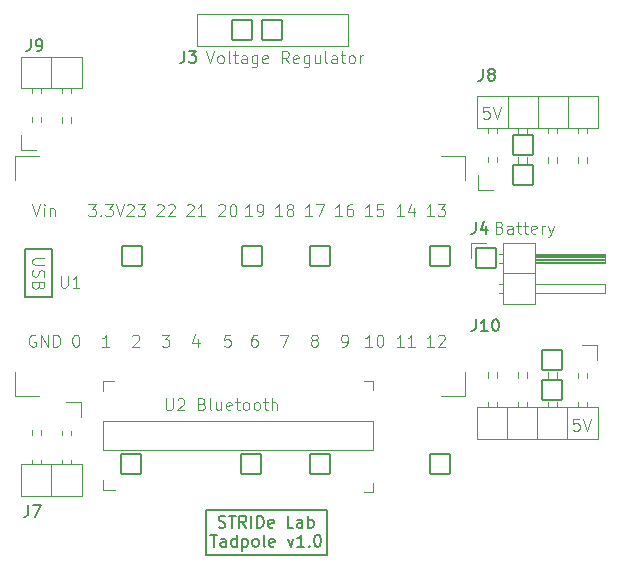
<source format=gto>
G04 #@! TF.GenerationSoftware,KiCad,Pcbnew,7.0.5*
G04 #@! TF.CreationDate,2023-07-14T01:04:21-04:00*
G04 #@! TF.ProjectId,Tadpole,54616470-6f6c-4652-9e6b-696361645f70,rev?*
G04 #@! TF.SameCoordinates,Original*
G04 #@! TF.FileFunction,Legend,Top*
G04 #@! TF.FilePolarity,Positive*
%FSLAX46Y46*%
G04 Gerber Fmt 4.6, Leading zero omitted, Abs format (unit mm)*
G04 Created by KiCad (PCBNEW 7.0.5) date 2023-07-14 01:04:21*
%MOMM*%
%LPD*%
G01*
G04 APERTURE LIST*
G04 Aperture macros list*
%AMRoundRect*
0 Rectangle with rounded corners*
0 $1 Rounding radius*
0 $2 $3 $4 $5 $6 $7 $8 $9 X,Y pos of 4 corners*
0 Add a 4 corners polygon primitive as box body*
4,1,4,$2,$3,$4,$5,$6,$7,$8,$9,$2,$3,0*
0 Add four circle primitives for the rounded corners*
1,1,$1+$1,$2,$3*
1,1,$1+$1,$4,$5*
1,1,$1+$1,$6,$7*
1,1,$1+$1,$8,$9*
0 Add four rect primitives between the rounded corners*
20,1,$1+$1,$2,$3,$4,$5,0*
20,1,$1+$1,$4,$5,$6,$7,0*
20,1,$1+$1,$6,$7,$8,$9,0*
20,1,$1+$1,$8,$9,$2,$3,0*%
G04 Aperture macros list end*
%ADD10C,0.125000*%
%ADD11C,0.150000*%
%ADD12C,0.200000*%
%ADD13C,0.100000*%
%ADD14C,0.120000*%
%ADD15C,1.800000*%
%ADD16O,1.800000X1.800000*%
%ADD17RoundRect,0.050000X0.850000X-0.850000X0.850000X0.850000X-0.850000X0.850000X-0.850000X-0.850000X0*%
%ADD18RoundRect,0.050000X-0.850000X0.850000X-0.850000X-0.850000X0.850000X-0.850000X0.850000X0.850000X0*%
%ADD19C,2.300000*%
%ADD20RoundRect,0.050000X-0.850000X-0.850000X0.850000X-0.850000X0.850000X0.850000X-0.850000X0.850000X0*%
G04 APERTURE END LIST*
D10*
X117808381Y-101868119D02*
X117903619Y-101868119D01*
X117903619Y-101868119D02*
X117998857Y-101915738D01*
X117998857Y-101915738D02*
X118046476Y-101963357D01*
X118046476Y-101963357D02*
X118094095Y-102058595D01*
X118094095Y-102058595D02*
X118141714Y-102249071D01*
X118141714Y-102249071D02*
X118141714Y-102487166D01*
X118141714Y-102487166D02*
X118094095Y-102677642D01*
X118094095Y-102677642D02*
X118046476Y-102772880D01*
X118046476Y-102772880D02*
X117998857Y-102820500D01*
X117998857Y-102820500D02*
X117903619Y-102868119D01*
X117903619Y-102868119D02*
X117808381Y-102868119D01*
X117808381Y-102868119D02*
X117713143Y-102820500D01*
X117713143Y-102820500D02*
X117665524Y-102772880D01*
X117665524Y-102772880D02*
X117617905Y-102677642D01*
X117617905Y-102677642D02*
X117570286Y-102487166D01*
X117570286Y-102487166D02*
X117570286Y-102249071D01*
X117570286Y-102249071D02*
X117617905Y-102058595D01*
X117617905Y-102058595D02*
X117665524Y-101963357D01*
X117665524Y-101963357D02*
X117713143Y-101915738D01*
X117713143Y-101915738D02*
X117808381Y-101868119D01*
X137953762Y-102296690D02*
X137858524Y-102249071D01*
X137858524Y-102249071D02*
X137810905Y-102201452D01*
X137810905Y-102201452D02*
X137763286Y-102106214D01*
X137763286Y-102106214D02*
X137763286Y-102058595D01*
X137763286Y-102058595D02*
X137810905Y-101963357D01*
X137810905Y-101963357D02*
X137858524Y-101915738D01*
X137858524Y-101915738D02*
X137953762Y-101868119D01*
X137953762Y-101868119D02*
X138144238Y-101868119D01*
X138144238Y-101868119D02*
X138239476Y-101915738D01*
X138239476Y-101915738D02*
X138287095Y-101963357D01*
X138287095Y-101963357D02*
X138334714Y-102058595D01*
X138334714Y-102058595D02*
X138334714Y-102106214D01*
X138334714Y-102106214D02*
X138287095Y-102201452D01*
X138287095Y-102201452D02*
X138239476Y-102249071D01*
X138239476Y-102249071D02*
X138144238Y-102296690D01*
X138144238Y-102296690D02*
X137953762Y-102296690D01*
X137953762Y-102296690D02*
X137858524Y-102344309D01*
X137858524Y-102344309D02*
X137810905Y-102391928D01*
X137810905Y-102391928D02*
X137763286Y-102487166D01*
X137763286Y-102487166D02*
X137763286Y-102677642D01*
X137763286Y-102677642D02*
X137810905Y-102772880D01*
X137810905Y-102772880D02*
X137858524Y-102820500D01*
X137858524Y-102820500D02*
X137953762Y-102868119D01*
X137953762Y-102868119D02*
X138144238Y-102868119D01*
X138144238Y-102868119D02*
X138239476Y-102820500D01*
X138239476Y-102820500D02*
X138287095Y-102772880D01*
X138287095Y-102772880D02*
X138334714Y-102677642D01*
X138334714Y-102677642D02*
X138334714Y-102487166D01*
X138334714Y-102487166D02*
X138287095Y-102391928D01*
X138287095Y-102391928D02*
X138239476Y-102344309D01*
X138239476Y-102344309D02*
X138144238Y-102296690D01*
X148145523Y-102868119D02*
X147574095Y-102868119D01*
X147859809Y-102868119D02*
X147859809Y-101868119D01*
X147859809Y-101868119D02*
X147764571Y-102010976D01*
X147764571Y-102010976D02*
X147669333Y-102106214D01*
X147669333Y-102106214D02*
X147574095Y-102153833D01*
X148526476Y-101963357D02*
X148574095Y-101915738D01*
X148574095Y-101915738D02*
X148669333Y-101868119D01*
X148669333Y-101868119D02*
X148907428Y-101868119D01*
X148907428Y-101868119D02*
X149002666Y-101915738D01*
X149002666Y-101915738D02*
X149050285Y-101963357D01*
X149050285Y-101963357D02*
X149097904Y-102058595D01*
X149097904Y-102058595D02*
X149097904Y-102153833D01*
X149097904Y-102153833D02*
X149050285Y-102296690D01*
X149050285Y-102296690D02*
X148478857Y-102868119D01*
X148478857Y-102868119D02*
X149097904Y-102868119D01*
X145605523Y-102868119D02*
X145034095Y-102868119D01*
X145319809Y-102868119D02*
X145319809Y-101868119D01*
X145319809Y-101868119D02*
X145224571Y-102010976D01*
X145224571Y-102010976D02*
X145129333Y-102106214D01*
X145129333Y-102106214D02*
X145034095Y-102153833D01*
X146557904Y-102868119D02*
X145986476Y-102868119D01*
X146272190Y-102868119D02*
X146272190Y-101868119D01*
X146272190Y-101868119D02*
X146176952Y-102010976D01*
X146176952Y-102010976D02*
X146081714Y-102106214D01*
X146081714Y-102106214D02*
X145986476Y-102153833D01*
X114427095Y-101915738D02*
X114331857Y-101868119D01*
X114331857Y-101868119D02*
X114189000Y-101868119D01*
X114189000Y-101868119D02*
X114046143Y-101915738D01*
X114046143Y-101915738D02*
X113950905Y-102010976D01*
X113950905Y-102010976D02*
X113903286Y-102106214D01*
X113903286Y-102106214D02*
X113855667Y-102296690D01*
X113855667Y-102296690D02*
X113855667Y-102439547D01*
X113855667Y-102439547D02*
X113903286Y-102630023D01*
X113903286Y-102630023D02*
X113950905Y-102725261D01*
X113950905Y-102725261D02*
X114046143Y-102820500D01*
X114046143Y-102820500D02*
X114189000Y-102868119D01*
X114189000Y-102868119D02*
X114284238Y-102868119D01*
X114284238Y-102868119D02*
X114427095Y-102820500D01*
X114427095Y-102820500D02*
X114474714Y-102772880D01*
X114474714Y-102772880D02*
X114474714Y-102439547D01*
X114474714Y-102439547D02*
X114284238Y-102439547D01*
X114903286Y-102868119D02*
X114903286Y-101868119D01*
X114903286Y-101868119D02*
X115474714Y-102868119D01*
X115474714Y-102868119D02*
X115474714Y-101868119D01*
X115950905Y-102868119D02*
X115950905Y-101868119D01*
X115950905Y-101868119D02*
X116189000Y-101868119D01*
X116189000Y-101868119D02*
X116331857Y-101915738D01*
X116331857Y-101915738D02*
X116427095Y-102010976D01*
X116427095Y-102010976D02*
X116474714Y-102106214D01*
X116474714Y-102106214D02*
X116522333Y-102296690D01*
X116522333Y-102296690D02*
X116522333Y-102439547D01*
X116522333Y-102439547D02*
X116474714Y-102630023D01*
X116474714Y-102630023D02*
X116427095Y-102725261D01*
X116427095Y-102725261D02*
X116331857Y-102820500D01*
X116331857Y-102820500D02*
X116189000Y-102868119D01*
X116189000Y-102868119D02*
X115950905Y-102868119D01*
X133159476Y-101868119D02*
X132969000Y-101868119D01*
X132969000Y-101868119D02*
X132873762Y-101915738D01*
X132873762Y-101915738D02*
X132826143Y-101963357D01*
X132826143Y-101963357D02*
X132730905Y-102106214D01*
X132730905Y-102106214D02*
X132683286Y-102296690D01*
X132683286Y-102296690D02*
X132683286Y-102677642D01*
X132683286Y-102677642D02*
X132730905Y-102772880D01*
X132730905Y-102772880D02*
X132778524Y-102820500D01*
X132778524Y-102820500D02*
X132873762Y-102868119D01*
X132873762Y-102868119D02*
X133064238Y-102868119D01*
X133064238Y-102868119D02*
X133159476Y-102820500D01*
X133159476Y-102820500D02*
X133207095Y-102772880D01*
X133207095Y-102772880D02*
X133254714Y-102677642D01*
X133254714Y-102677642D02*
X133254714Y-102439547D01*
X133254714Y-102439547D02*
X133207095Y-102344309D01*
X133207095Y-102344309D02*
X133159476Y-102296690D01*
X133159476Y-102296690D02*
X133064238Y-102249071D01*
X133064238Y-102249071D02*
X132873762Y-102249071D01*
X132873762Y-102249071D02*
X132778524Y-102296690D01*
X132778524Y-102296690D02*
X132730905Y-102344309D01*
X132730905Y-102344309D02*
X132683286Y-102439547D01*
X120681714Y-102868119D02*
X120110286Y-102868119D01*
X120396000Y-102868119D02*
X120396000Y-101868119D01*
X120396000Y-101868119D02*
X120300762Y-102010976D01*
X120300762Y-102010976D02*
X120205524Y-102106214D01*
X120205524Y-102106214D02*
X120110286Y-102153833D01*
X135175667Y-101868119D02*
X135842333Y-101868119D01*
X135842333Y-101868119D02*
X135413762Y-102868119D01*
X125142667Y-101868119D02*
X125761714Y-101868119D01*
X125761714Y-101868119D02*
X125428381Y-102249071D01*
X125428381Y-102249071D02*
X125571238Y-102249071D01*
X125571238Y-102249071D02*
X125666476Y-102296690D01*
X125666476Y-102296690D02*
X125714095Y-102344309D01*
X125714095Y-102344309D02*
X125761714Y-102439547D01*
X125761714Y-102439547D02*
X125761714Y-102677642D01*
X125761714Y-102677642D02*
X125714095Y-102772880D01*
X125714095Y-102772880D02*
X125666476Y-102820500D01*
X125666476Y-102820500D02*
X125571238Y-102868119D01*
X125571238Y-102868119D02*
X125285524Y-102868119D01*
X125285524Y-102868119D02*
X125190286Y-102820500D01*
X125190286Y-102820500D02*
X125142667Y-102772880D01*
X130921095Y-101868119D02*
X130444905Y-101868119D01*
X130444905Y-101868119D02*
X130397286Y-102344309D01*
X130397286Y-102344309D02*
X130444905Y-102296690D01*
X130444905Y-102296690D02*
X130540143Y-102249071D01*
X130540143Y-102249071D02*
X130778238Y-102249071D01*
X130778238Y-102249071D02*
X130873476Y-102296690D01*
X130873476Y-102296690D02*
X130921095Y-102344309D01*
X130921095Y-102344309D02*
X130968714Y-102439547D01*
X130968714Y-102439547D02*
X130968714Y-102677642D01*
X130968714Y-102677642D02*
X130921095Y-102772880D01*
X130921095Y-102772880D02*
X130873476Y-102820500D01*
X130873476Y-102820500D02*
X130778238Y-102868119D01*
X130778238Y-102868119D02*
X130540143Y-102868119D01*
X130540143Y-102868119D02*
X130444905Y-102820500D01*
X130444905Y-102820500D02*
X130397286Y-102772880D01*
X128206476Y-102201452D02*
X128206476Y-102868119D01*
X127968381Y-101820500D02*
X127730286Y-102534785D01*
X127730286Y-102534785D02*
X128349333Y-102534785D01*
X142938523Y-102868119D02*
X142367095Y-102868119D01*
X142652809Y-102868119D02*
X142652809Y-101868119D01*
X142652809Y-101868119D02*
X142557571Y-102010976D01*
X142557571Y-102010976D02*
X142462333Y-102106214D01*
X142462333Y-102106214D02*
X142367095Y-102153833D01*
X143557571Y-101868119D02*
X143652809Y-101868119D01*
X143652809Y-101868119D02*
X143748047Y-101915738D01*
X143748047Y-101915738D02*
X143795666Y-101963357D01*
X143795666Y-101963357D02*
X143843285Y-102058595D01*
X143843285Y-102058595D02*
X143890904Y-102249071D01*
X143890904Y-102249071D02*
X143890904Y-102487166D01*
X143890904Y-102487166D02*
X143843285Y-102677642D01*
X143843285Y-102677642D02*
X143795666Y-102772880D01*
X143795666Y-102772880D02*
X143748047Y-102820500D01*
X143748047Y-102820500D02*
X143652809Y-102868119D01*
X143652809Y-102868119D02*
X143557571Y-102868119D01*
X143557571Y-102868119D02*
X143462333Y-102820500D01*
X143462333Y-102820500D02*
X143414714Y-102772880D01*
X143414714Y-102772880D02*
X143367095Y-102677642D01*
X143367095Y-102677642D02*
X143319476Y-102487166D01*
X143319476Y-102487166D02*
X143319476Y-102249071D01*
X143319476Y-102249071D02*
X143367095Y-102058595D01*
X143367095Y-102058595D02*
X143414714Y-101963357D01*
X143414714Y-101963357D02*
X143462333Y-101915738D01*
X143462333Y-101915738D02*
X143557571Y-101868119D01*
X140398524Y-102868119D02*
X140589000Y-102868119D01*
X140589000Y-102868119D02*
X140684238Y-102820500D01*
X140684238Y-102820500D02*
X140731857Y-102772880D01*
X140731857Y-102772880D02*
X140827095Y-102630023D01*
X140827095Y-102630023D02*
X140874714Y-102439547D01*
X140874714Y-102439547D02*
X140874714Y-102058595D01*
X140874714Y-102058595D02*
X140827095Y-101963357D01*
X140827095Y-101963357D02*
X140779476Y-101915738D01*
X140779476Y-101915738D02*
X140684238Y-101868119D01*
X140684238Y-101868119D02*
X140493762Y-101868119D01*
X140493762Y-101868119D02*
X140398524Y-101915738D01*
X140398524Y-101915738D02*
X140350905Y-101963357D01*
X140350905Y-101963357D02*
X140303286Y-102058595D01*
X140303286Y-102058595D02*
X140303286Y-102296690D01*
X140303286Y-102296690D02*
X140350905Y-102391928D01*
X140350905Y-102391928D02*
X140398524Y-102439547D01*
X140398524Y-102439547D02*
X140493762Y-102487166D01*
X140493762Y-102487166D02*
X140684238Y-102487166D01*
X140684238Y-102487166D02*
X140779476Y-102439547D01*
X140779476Y-102439547D02*
X140827095Y-102391928D01*
X140827095Y-102391928D02*
X140874714Y-102296690D01*
X122650286Y-101963357D02*
X122697905Y-101915738D01*
X122697905Y-101915738D02*
X122793143Y-101868119D01*
X122793143Y-101868119D02*
X123031238Y-101868119D01*
X123031238Y-101868119D02*
X123126476Y-101915738D01*
X123126476Y-101915738D02*
X123174095Y-101963357D01*
X123174095Y-101963357D02*
X123221714Y-102058595D01*
X123221714Y-102058595D02*
X123221714Y-102153833D01*
X123221714Y-102153833D02*
X123174095Y-102296690D01*
X123174095Y-102296690D02*
X122602667Y-102868119D01*
X122602667Y-102868119D02*
X123221714Y-102868119D01*
X114165191Y-90819119D02*
X114498524Y-91819119D01*
X114498524Y-91819119D02*
X114831857Y-90819119D01*
X115165191Y-91819119D02*
X115165191Y-91152452D01*
X115165191Y-90819119D02*
X115117572Y-90866738D01*
X115117572Y-90866738D02*
X115165191Y-90914357D01*
X115165191Y-90914357D02*
X115212810Y-90866738D01*
X115212810Y-90866738D02*
X115165191Y-90819119D01*
X115165191Y-90819119D02*
X115165191Y-90914357D01*
X115641381Y-91152452D02*
X115641381Y-91819119D01*
X115641381Y-91247690D02*
X115689000Y-91200071D01*
X115689000Y-91200071D02*
X115784238Y-91152452D01*
X115784238Y-91152452D02*
X115927095Y-91152452D01*
X115927095Y-91152452D02*
X116022333Y-91200071D01*
X116022333Y-91200071D02*
X116069952Y-91295309D01*
X116069952Y-91295309D02*
X116069952Y-91819119D01*
X118919810Y-90819119D02*
X119538857Y-90819119D01*
X119538857Y-90819119D02*
X119205524Y-91200071D01*
X119205524Y-91200071D02*
X119348381Y-91200071D01*
X119348381Y-91200071D02*
X119443619Y-91247690D01*
X119443619Y-91247690D02*
X119491238Y-91295309D01*
X119491238Y-91295309D02*
X119538857Y-91390547D01*
X119538857Y-91390547D02*
X119538857Y-91628642D01*
X119538857Y-91628642D02*
X119491238Y-91723880D01*
X119491238Y-91723880D02*
X119443619Y-91771500D01*
X119443619Y-91771500D02*
X119348381Y-91819119D01*
X119348381Y-91819119D02*
X119062667Y-91819119D01*
X119062667Y-91819119D02*
X118967429Y-91771500D01*
X118967429Y-91771500D02*
X118919810Y-91723880D01*
X119967429Y-91723880D02*
X120015048Y-91771500D01*
X120015048Y-91771500D02*
X119967429Y-91819119D01*
X119967429Y-91819119D02*
X119919810Y-91771500D01*
X119919810Y-91771500D02*
X119967429Y-91723880D01*
X119967429Y-91723880D02*
X119967429Y-91819119D01*
X120348381Y-90819119D02*
X120967428Y-90819119D01*
X120967428Y-90819119D02*
X120634095Y-91200071D01*
X120634095Y-91200071D02*
X120776952Y-91200071D01*
X120776952Y-91200071D02*
X120872190Y-91247690D01*
X120872190Y-91247690D02*
X120919809Y-91295309D01*
X120919809Y-91295309D02*
X120967428Y-91390547D01*
X120967428Y-91390547D02*
X120967428Y-91628642D01*
X120967428Y-91628642D02*
X120919809Y-91723880D01*
X120919809Y-91723880D02*
X120872190Y-91771500D01*
X120872190Y-91771500D02*
X120776952Y-91819119D01*
X120776952Y-91819119D02*
X120491238Y-91819119D01*
X120491238Y-91819119D02*
X120396000Y-91771500D01*
X120396000Y-91771500D02*
X120348381Y-91723880D01*
X121253143Y-90819119D02*
X121586476Y-91819119D01*
X121586476Y-91819119D02*
X121919809Y-90819119D01*
X122174095Y-90914357D02*
X122221714Y-90866738D01*
X122221714Y-90866738D02*
X122316952Y-90819119D01*
X122316952Y-90819119D02*
X122555047Y-90819119D01*
X122555047Y-90819119D02*
X122650285Y-90866738D01*
X122650285Y-90866738D02*
X122697904Y-90914357D01*
X122697904Y-90914357D02*
X122745523Y-91009595D01*
X122745523Y-91009595D02*
X122745523Y-91104833D01*
X122745523Y-91104833D02*
X122697904Y-91247690D01*
X122697904Y-91247690D02*
X122126476Y-91819119D01*
X122126476Y-91819119D02*
X122745523Y-91819119D01*
X123078857Y-90819119D02*
X123697904Y-90819119D01*
X123697904Y-90819119D02*
X123364571Y-91200071D01*
X123364571Y-91200071D02*
X123507428Y-91200071D01*
X123507428Y-91200071D02*
X123602666Y-91247690D01*
X123602666Y-91247690D02*
X123650285Y-91295309D01*
X123650285Y-91295309D02*
X123697904Y-91390547D01*
X123697904Y-91390547D02*
X123697904Y-91628642D01*
X123697904Y-91628642D02*
X123650285Y-91723880D01*
X123650285Y-91723880D02*
X123602666Y-91771500D01*
X123602666Y-91771500D02*
X123507428Y-91819119D01*
X123507428Y-91819119D02*
X123221714Y-91819119D01*
X123221714Y-91819119D02*
X123126476Y-91771500D01*
X123126476Y-91771500D02*
X123078857Y-91723880D01*
X124714095Y-90914357D02*
X124761714Y-90866738D01*
X124761714Y-90866738D02*
X124856952Y-90819119D01*
X124856952Y-90819119D02*
X125095047Y-90819119D01*
X125095047Y-90819119D02*
X125190285Y-90866738D01*
X125190285Y-90866738D02*
X125237904Y-90914357D01*
X125237904Y-90914357D02*
X125285523Y-91009595D01*
X125285523Y-91009595D02*
X125285523Y-91104833D01*
X125285523Y-91104833D02*
X125237904Y-91247690D01*
X125237904Y-91247690D02*
X124666476Y-91819119D01*
X124666476Y-91819119D02*
X125285523Y-91819119D01*
X125666476Y-90914357D02*
X125714095Y-90866738D01*
X125714095Y-90866738D02*
X125809333Y-90819119D01*
X125809333Y-90819119D02*
X126047428Y-90819119D01*
X126047428Y-90819119D02*
X126142666Y-90866738D01*
X126142666Y-90866738D02*
X126190285Y-90914357D01*
X126190285Y-90914357D02*
X126237904Y-91009595D01*
X126237904Y-91009595D02*
X126237904Y-91104833D01*
X126237904Y-91104833D02*
X126190285Y-91247690D01*
X126190285Y-91247690D02*
X125618857Y-91819119D01*
X125618857Y-91819119D02*
X126237904Y-91819119D01*
X127254095Y-90914357D02*
X127301714Y-90866738D01*
X127301714Y-90866738D02*
X127396952Y-90819119D01*
X127396952Y-90819119D02*
X127635047Y-90819119D01*
X127635047Y-90819119D02*
X127730285Y-90866738D01*
X127730285Y-90866738D02*
X127777904Y-90914357D01*
X127777904Y-90914357D02*
X127825523Y-91009595D01*
X127825523Y-91009595D02*
X127825523Y-91104833D01*
X127825523Y-91104833D02*
X127777904Y-91247690D01*
X127777904Y-91247690D02*
X127206476Y-91819119D01*
X127206476Y-91819119D02*
X127825523Y-91819119D01*
X128777904Y-91819119D02*
X128206476Y-91819119D01*
X128492190Y-91819119D02*
X128492190Y-90819119D01*
X128492190Y-90819119D02*
X128396952Y-90961976D01*
X128396952Y-90961976D02*
X128301714Y-91057214D01*
X128301714Y-91057214D02*
X128206476Y-91104833D01*
X129921095Y-90914357D02*
X129968714Y-90866738D01*
X129968714Y-90866738D02*
X130063952Y-90819119D01*
X130063952Y-90819119D02*
X130302047Y-90819119D01*
X130302047Y-90819119D02*
X130397285Y-90866738D01*
X130397285Y-90866738D02*
X130444904Y-90914357D01*
X130444904Y-90914357D02*
X130492523Y-91009595D01*
X130492523Y-91009595D02*
X130492523Y-91104833D01*
X130492523Y-91104833D02*
X130444904Y-91247690D01*
X130444904Y-91247690D02*
X129873476Y-91819119D01*
X129873476Y-91819119D02*
X130492523Y-91819119D01*
X131111571Y-90819119D02*
X131206809Y-90819119D01*
X131206809Y-90819119D02*
X131302047Y-90866738D01*
X131302047Y-90866738D02*
X131349666Y-90914357D01*
X131349666Y-90914357D02*
X131397285Y-91009595D01*
X131397285Y-91009595D02*
X131444904Y-91200071D01*
X131444904Y-91200071D02*
X131444904Y-91438166D01*
X131444904Y-91438166D02*
X131397285Y-91628642D01*
X131397285Y-91628642D02*
X131349666Y-91723880D01*
X131349666Y-91723880D02*
X131302047Y-91771500D01*
X131302047Y-91771500D02*
X131206809Y-91819119D01*
X131206809Y-91819119D02*
X131111571Y-91819119D01*
X131111571Y-91819119D02*
X131016333Y-91771500D01*
X131016333Y-91771500D02*
X130968714Y-91723880D01*
X130968714Y-91723880D02*
X130921095Y-91628642D01*
X130921095Y-91628642D02*
X130873476Y-91438166D01*
X130873476Y-91438166D02*
X130873476Y-91200071D01*
X130873476Y-91200071D02*
X130921095Y-91009595D01*
X130921095Y-91009595D02*
X130968714Y-90914357D01*
X130968714Y-90914357D02*
X131016333Y-90866738D01*
X131016333Y-90866738D02*
X131111571Y-90819119D01*
X132778523Y-91819119D02*
X132207095Y-91819119D01*
X132492809Y-91819119D02*
X132492809Y-90819119D01*
X132492809Y-90819119D02*
X132397571Y-90961976D01*
X132397571Y-90961976D02*
X132302333Y-91057214D01*
X132302333Y-91057214D02*
X132207095Y-91104833D01*
X133254714Y-91819119D02*
X133445190Y-91819119D01*
X133445190Y-91819119D02*
X133540428Y-91771500D01*
X133540428Y-91771500D02*
X133588047Y-91723880D01*
X133588047Y-91723880D02*
X133683285Y-91581023D01*
X133683285Y-91581023D02*
X133730904Y-91390547D01*
X133730904Y-91390547D02*
X133730904Y-91009595D01*
X133730904Y-91009595D02*
X133683285Y-90914357D01*
X133683285Y-90914357D02*
X133635666Y-90866738D01*
X133635666Y-90866738D02*
X133540428Y-90819119D01*
X133540428Y-90819119D02*
X133349952Y-90819119D01*
X133349952Y-90819119D02*
X133254714Y-90866738D01*
X133254714Y-90866738D02*
X133207095Y-90914357D01*
X133207095Y-90914357D02*
X133159476Y-91009595D01*
X133159476Y-91009595D02*
X133159476Y-91247690D01*
X133159476Y-91247690D02*
X133207095Y-91342928D01*
X133207095Y-91342928D02*
X133254714Y-91390547D01*
X133254714Y-91390547D02*
X133349952Y-91438166D01*
X133349952Y-91438166D02*
X133540428Y-91438166D01*
X133540428Y-91438166D02*
X133635666Y-91390547D01*
X133635666Y-91390547D02*
X133683285Y-91342928D01*
X133683285Y-91342928D02*
X133730904Y-91247690D01*
X135318523Y-91819119D02*
X134747095Y-91819119D01*
X135032809Y-91819119D02*
X135032809Y-90819119D01*
X135032809Y-90819119D02*
X134937571Y-90961976D01*
X134937571Y-90961976D02*
X134842333Y-91057214D01*
X134842333Y-91057214D02*
X134747095Y-91104833D01*
X135889952Y-91247690D02*
X135794714Y-91200071D01*
X135794714Y-91200071D02*
X135747095Y-91152452D01*
X135747095Y-91152452D02*
X135699476Y-91057214D01*
X135699476Y-91057214D02*
X135699476Y-91009595D01*
X135699476Y-91009595D02*
X135747095Y-90914357D01*
X135747095Y-90914357D02*
X135794714Y-90866738D01*
X135794714Y-90866738D02*
X135889952Y-90819119D01*
X135889952Y-90819119D02*
X136080428Y-90819119D01*
X136080428Y-90819119D02*
X136175666Y-90866738D01*
X136175666Y-90866738D02*
X136223285Y-90914357D01*
X136223285Y-90914357D02*
X136270904Y-91009595D01*
X136270904Y-91009595D02*
X136270904Y-91057214D01*
X136270904Y-91057214D02*
X136223285Y-91152452D01*
X136223285Y-91152452D02*
X136175666Y-91200071D01*
X136175666Y-91200071D02*
X136080428Y-91247690D01*
X136080428Y-91247690D02*
X135889952Y-91247690D01*
X135889952Y-91247690D02*
X135794714Y-91295309D01*
X135794714Y-91295309D02*
X135747095Y-91342928D01*
X135747095Y-91342928D02*
X135699476Y-91438166D01*
X135699476Y-91438166D02*
X135699476Y-91628642D01*
X135699476Y-91628642D02*
X135747095Y-91723880D01*
X135747095Y-91723880D02*
X135794714Y-91771500D01*
X135794714Y-91771500D02*
X135889952Y-91819119D01*
X135889952Y-91819119D02*
X136080428Y-91819119D01*
X136080428Y-91819119D02*
X136175666Y-91771500D01*
X136175666Y-91771500D02*
X136223285Y-91723880D01*
X136223285Y-91723880D02*
X136270904Y-91628642D01*
X136270904Y-91628642D02*
X136270904Y-91438166D01*
X136270904Y-91438166D02*
X136223285Y-91342928D01*
X136223285Y-91342928D02*
X136175666Y-91295309D01*
X136175666Y-91295309D02*
X136080428Y-91247690D01*
X137858523Y-91819119D02*
X137287095Y-91819119D01*
X137572809Y-91819119D02*
X137572809Y-90819119D01*
X137572809Y-90819119D02*
X137477571Y-90961976D01*
X137477571Y-90961976D02*
X137382333Y-91057214D01*
X137382333Y-91057214D02*
X137287095Y-91104833D01*
X138191857Y-90819119D02*
X138858523Y-90819119D01*
X138858523Y-90819119D02*
X138429952Y-91819119D01*
X140398523Y-91819119D02*
X139827095Y-91819119D01*
X140112809Y-91819119D02*
X140112809Y-90819119D01*
X140112809Y-90819119D02*
X140017571Y-90961976D01*
X140017571Y-90961976D02*
X139922333Y-91057214D01*
X139922333Y-91057214D02*
X139827095Y-91104833D01*
X141255666Y-90819119D02*
X141065190Y-90819119D01*
X141065190Y-90819119D02*
X140969952Y-90866738D01*
X140969952Y-90866738D02*
X140922333Y-90914357D01*
X140922333Y-90914357D02*
X140827095Y-91057214D01*
X140827095Y-91057214D02*
X140779476Y-91247690D01*
X140779476Y-91247690D02*
X140779476Y-91628642D01*
X140779476Y-91628642D02*
X140827095Y-91723880D01*
X140827095Y-91723880D02*
X140874714Y-91771500D01*
X140874714Y-91771500D02*
X140969952Y-91819119D01*
X140969952Y-91819119D02*
X141160428Y-91819119D01*
X141160428Y-91819119D02*
X141255666Y-91771500D01*
X141255666Y-91771500D02*
X141303285Y-91723880D01*
X141303285Y-91723880D02*
X141350904Y-91628642D01*
X141350904Y-91628642D02*
X141350904Y-91390547D01*
X141350904Y-91390547D02*
X141303285Y-91295309D01*
X141303285Y-91295309D02*
X141255666Y-91247690D01*
X141255666Y-91247690D02*
X141160428Y-91200071D01*
X141160428Y-91200071D02*
X140969952Y-91200071D01*
X140969952Y-91200071D02*
X140874714Y-91247690D01*
X140874714Y-91247690D02*
X140827095Y-91295309D01*
X140827095Y-91295309D02*
X140779476Y-91390547D01*
X142938523Y-91819119D02*
X142367095Y-91819119D01*
X142652809Y-91819119D02*
X142652809Y-90819119D01*
X142652809Y-90819119D02*
X142557571Y-90961976D01*
X142557571Y-90961976D02*
X142462333Y-91057214D01*
X142462333Y-91057214D02*
X142367095Y-91104833D01*
X143843285Y-90819119D02*
X143367095Y-90819119D01*
X143367095Y-90819119D02*
X143319476Y-91295309D01*
X143319476Y-91295309D02*
X143367095Y-91247690D01*
X143367095Y-91247690D02*
X143462333Y-91200071D01*
X143462333Y-91200071D02*
X143700428Y-91200071D01*
X143700428Y-91200071D02*
X143795666Y-91247690D01*
X143795666Y-91247690D02*
X143843285Y-91295309D01*
X143843285Y-91295309D02*
X143890904Y-91390547D01*
X143890904Y-91390547D02*
X143890904Y-91628642D01*
X143890904Y-91628642D02*
X143843285Y-91723880D01*
X143843285Y-91723880D02*
X143795666Y-91771500D01*
X143795666Y-91771500D02*
X143700428Y-91819119D01*
X143700428Y-91819119D02*
X143462333Y-91819119D01*
X143462333Y-91819119D02*
X143367095Y-91771500D01*
X143367095Y-91771500D02*
X143319476Y-91723880D01*
X145605523Y-91819119D02*
X145034095Y-91819119D01*
X145319809Y-91819119D02*
X145319809Y-90819119D01*
X145319809Y-90819119D02*
X145224571Y-90961976D01*
X145224571Y-90961976D02*
X145129333Y-91057214D01*
X145129333Y-91057214D02*
X145034095Y-91104833D01*
X146462666Y-91152452D02*
X146462666Y-91819119D01*
X146224571Y-90771500D02*
X145986476Y-91485785D01*
X145986476Y-91485785D02*
X146605523Y-91485785D01*
X148145523Y-91819119D02*
X147574095Y-91819119D01*
X147859809Y-91819119D02*
X147859809Y-90819119D01*
X147859809Y-90819119D02*
X147764571Y-90961976D01*
X147764571Y-90961976D02*
X147669333Y-91057214D01*
X147669333Y-91057214D02*
X147574095Y-91104833D01*
X148478857Y-90819119D02*
X149097904Y-90819119D01*
X149097904Y-90819119D02*
X148764571Y-91200071D01*
X148764571Y-91200071D02*
X148907428Y-91200071D01*
X148907428Y-91200071D02*
X149002666Y-91247690D01*
X149002666Y-91247690D02*
X149050285Y-91295309D01*
X149050285Y-91295309D02*
X149097904Y-91390547D01*
X149097904Y-91390547D02*
X149097904Y-91628642D01*
X149097904Y-91628642D02*
X149050285Y-91723880D01*
X149050285Y-91723880D02*
X149002666Y-91771500D01*
X149002666Y-91771500D02*
X148907428Y-91819119D01*
X148907428Y-91819119D02*
X148621714Y-91819119D01*
X148621714Y-91819119D02*
X148526476Y-91771500D01*
X148526476Y-91771500D02*
X148478857Y-91723880D01*
X160464523Y-108980119D02*
X159988333Y-108980119D01*
X159988333Y-108980119D02*
X159940714Y-109456309D01*
X159940714Y-109456309D02*
X159988333Y-109408690D01*
X159988333Y-109408690D02*
X160083571Y-109361071D01*
X160083571Y-109361071D02*
X160321666Y-109361071D01*
X160321666Y-109361071D02*
X160416904Y-109408690D01*
X160416904Y-109408690D02*
X160464523Y-109456309D01*
X160464523Y-109456309D02*
X160512142Y-109551547D01*
X160512142Y-109551547D02*
X160512142Y-109789642D01*
X160512142Y-109789642D02*
X160464523Y-109884880D01*
X160464523Y-109884880D02*
X160416904Y-109932500D01*
X160416904Y-109932500D02*
X160321666Y-109980119D01*
X160321666Y-109980119D02*
X160083571Y-109980119D01*
X160083571Y-109980119D02*
X159988333Y-109932500D01*
X159988333Y-109932500D02*
X159940714Y-109884880D01*
X160797857Y-108980119D02*
X161131190Y-109980119D01*
X161131190Y-109980119D02*
X161464523Y-108980119D01*
X152844523Y-82564119D02*
X152368333Y-82564119D01*
X152368333Y-82564119D02*
X152320714Y-83040309D01*
X152320714Y-83040309D02*
X152368333Y-82992690D01*
X152368333Y-82992690D02*
X152463571Y-82945071D01*
X152463571Y-82945071D02*
X152701666Y-82945071D01*
X152701666Y-82945071D02*
X152796904Y-82992690D01*
X152796904Y-82992690D02*
X152844523Y-83040309D01*
X152844523Y-83040309D02*
X152892142Y-83135547D01*
X152892142Y-83135547D02*
X152892142Y-83373642D01*
X152892142Y-83373642D02*
X152844523Y-83468880D01*
X152844523Y-83468880D02*
X152796904Y-83516500D01*
X152796904Y-83516500D02*
X152701666Y-83564119D01*
X152701666Y-83564119D02*
X152463571Y-83564119D01*
X152463571Y-83564119D02*
X152368333Y-83516500D01*
X152368333Y-83516500D02*
X152320714Y-83468880D01*
X153177857Y-82564119D02*
X153511190Y-83564119D01*
X153511190Y-83564119D02*
X153844523Y-82564119D01*
X115174880Y-95385095D02*
X114365357Y-95385095D01*
X114365357Y-95385095D02*
X114270119Y-95432714D01*
X114270119Y-95432714D02*
X114222500Y-95480333D01*
X114222500Y-95480333D02*
X114174880Y-95575571D01*
X114174880Y-95575571D02*
X114174880Y-95766047D01*
X114174880Y-95766047D02*
X114222500Y-95861285D01*
X114222500Y-95861285D02*
X114270119Y-95908904D01*
X114270119Y-95908904D02*
X114365357Y-95956523D01*
X114365357Y-95956523D02*
X115174880Y-95956523D01*
X114222500Y-96385095D02*
X114174880Y-96527952D01*
X114174880Y-96527952D02*
X114174880Y-96766047D01*
X114174880Y-96766047D02*
X114222500Y-96861285D01*
X114222500Y-96861285D02*
X114270119Y-96908904D01*
X114270119Y-96908904D02*
X114365357Y-96956523D01*
X114365357Y-96956523D02*
X114460595Y-96956523D01*
X114460595Y-96956523D02*
X114555833Y-96908904D01*
X114555833Y-96908904D02*
X114603452Y-96861285D01*
X114603452Y-96861285D02*
X114651071Y-96766047D01*
X114651071Y-96766047D02*
X114698690Y-96575571D01*
X114698690Y-96575571D02*
X114746309Y-96480333D01*
X114746309Y-96480333D02*
X114793928Y-96432714D01*
X114793928Y-96432714D02*
X114889166Y-96385095D01*
X114889166Y-96385095D02*
X114984404Y-96385095D01*
X114984404Y-96385095D02*
X115079642Y-96432714D01*
X115079642Y-96432714D02*
X115127261Y-96480333D01*
X115127261Y-96480333D02*
X115174880Y-96575571D01*
X115174880Y-96575571D02*
X115174880Y-96813666D01*
X115174880Y-96813666D02*
X115127261Y-96956523D01*
X114698690Y-97718428D02*
X114651071Y-97861285D01*
X114651071Y-97861285D02*
X114603452Y-97908904D01*
X114603452Y-97908904D02*
X114508214Y-97956523D01*
X114508214Y-97956523D02*
X114365357Y-97956523D01*
X114365357Y-97956523D02*
X114270119Y-97908904D01*
X114270119Y-97908904D02*
X114222500Y-97861285D01*
X114222500Y-97861285D02*
X114174880Y-97766047D01*
X114174880Y-97766047D02*
X114174880Y-97385095D01*
X114174880Y-97385095D02*
X115174880Y-97385095D01*
X115174880Y-97385095D02*
X115174880Y-97718428D01*
X115174880Y-97718428D02*
X115127261Y-97813666D01*
X115127261Y-97813666D02*
X115079642Y-97861285D01*
X115079642Y-97861285D02*
X114984404Y-97908904D01*
X114984404Y-97908904D02*
X114889166Y-97908904D01*
X114889166Y-97908904D02*
X114793928Y-97861285D01*
X114793928Y-97861285D02*
X114746309Y-97813666D01*
X114746309Y-97813666D02*
X114698690Y-97718428D01*
X114698690Y-97718428D02*
X114698690Y-97385095D01*
D11*
X113538000Y-94615000D02*
X115824000Y-94615000D01*
X115824000Y-98679000D01*
X113538000Y-98679000D01*
X113538000Y-94615000D01*
X128892300Y-116713000D02*
X139077700Y-116713000D01*
X139077700Y-120472200D01*
X128892300Y-120472200D01*
X128892300Y-116713000D01*
D10*
X128521199Y-107703709D02*
X128664056Y-107751328D01*
X128664056Y-107751328D02*
X128711675Y-107798947D01*
X128711675Y-107798947D02*
X128759294Y-107894185D01*
X128759294Y-107894185D02*
X128759294Y-108037042D01*
X128759294Y-108037042D02*
X128711675Y-108132280D01*
X128711675Y-108132280D02*
X128664056Y-108179900D01*
X128664056Y-108179900D02*
X128568818Y-108227519D01*
X128568818Y-108227519D02*
X128187866Y-108227519D01*
X128187866Y-108227519D02*
X128187866Y-107227519D01*
X128187866Y-107227519D02*
X128521199Y-107227519D01*
X128521199Y-107227519D02*
X128616437Y-107275138D01*
X128616437Y-107275138D02*
X128664056Y-107322757D01*
X128664056Y-107322757D02*
X128711675Y-107417995D01*
X128711675Y-107417995D02*
X128711675Y-107513233D01*
X128711675Y-107513233D02*
X128664056Y-107608471D01*
X128664056Y-107608471D02*
X128616437Y-107656090D01*
X128616437Y-107656090D02*
X128521199Y-107703709D01*
X128521199Y-107703709D02*
X128187866Y-107703709D01*
X129330723Y-108227519D02*
X129235485Y-108179900D01*
X129235485Y-108179900D02*
X129187866Y-108084661D01*
X129187866Y-108084661D02*
X129187866Y-107227519D01*
X130140247Y-107560852D02*
X130140247Y-108227519D01*
X129711676Y-107560852D02*
X129711676Y-108084661D01*
X129711676Y-108084661D02*
X129759295Y-108179900D01*
X129759295Y-108179900D02*
X129854533Y-108227519D01*
X129854533Y-108227519D02*
X129997390Y-108227519D01*
X129997390Y-108227519D02*
X130092628Y-108179900D01*
X130092628Y-108179900D02*
X130140247Y-108132280D01*
X130997390Y-108179900D02*
X130902152Y-108227519D01*
X130902152Y-108227519D02*
X130711676Y-108227519D01*
X130711676Y-108227519D02*
X130616438Y-108179900D01*
X130616438Y-108179900D02*
X130568819Y-108084661D01*
X130568819Y-108084661D02*
X130568819Y-107703709D01*
X130568819Y-107703709D02*
X130616438Y-107608471D01*
X130616438Y-107608471D02*
X130711676Y-107560852D01*
X130711676Y-107560852D02*
X130902152Y-107560852D01*
X130902152Y-107560852D02*
X130997390Y-107608471D01*
X130997390Y-107608471D02*
X131045009Y-107703709D01*
X131045009Y-107703709D02*
X131045009Y-107798947D01*
X131045009Y-107798947D02*
X130568819Y-107894185D01*
X131330724Y-107560852D02*
X131711676Y-107560852D01*
X131473581Y-107227519D02*
X131473581Y-108084661D01*
X131473581Y-108084661D02*
X131521200Y-108179900D01*
X131521200Y-108179900D02*
X131616438Y-108227519D01*
X131616438Y-108227519D02*
X131711676Y-108227519D01*
X132187867Y-108227519D02*
X132092629Y-108179900D01*
X132092629Y-108179900D02*
X132045010Y-108132280D01*
X132045010Y-108132280D02*
X131997391Y-108037042D01*
X131997391Y-108037042D02*
X131997391Y-107751328D01*
X131997391Y-107751328D02*
X132045010Y-107656090D01*
X132045010Y-107656090D02*
X132092629Y-107608471D01*
X132092629Y-107608471D02*
X132187867Y-107560852D01*
X132187867Y-107560852D02*
X132330724Y-107560852D01*
X132330724Y-107560852D02*
X132425962Y-107608471D01*
X132425962Y-107608471D02*
X132473581Y-107656090D01*
X132473581Y-107656090D02*
X132521200Y-107751328D01*
X132521200Y-107751328D02*
X132521200Y-108037042D01*
X132521200Y-108037042D02*
X132473581Y-108132280D01*
X132473581Y-108132280D02*
X132425962Y-108179900D01*
X132425962Y-108179900D02*
X132330724Y-108227519D01*
X132330724Y-108227519D02*
X132187867Y-108227519D01*
X133092629Y-108227519D02*
X132997391Y-108179900D01*
X132997391Y-108179900D02*
X132949772Y-108132280D01*
X132949772Y-108132280D02*
X132902153Y-108037042D01*
X132902153Y-108037042D02*
X132902153Y-107751328D01*
X132902153Y-107751328D02*
X132949772Y-107656090D01*
X132949772Y-107656090D02*
X132997391Y-107608471D01*
X132997391Y-107608471D02*
X133092629Y-107560852D01*
X133092629Y-107560852D02*
X133235486Y-107560852D01*
X133235486Y-107560852D02*
X133330724Y-107608471D01*
X133330724Y-107608471D02*
X133378343Y-107656090D01*
X133378343Y-107656090D02*
X133425962Y-107751328D01*
X133425962Y-107751328D02*
X133425962Y-108037042D01*
X133425962Y-108037042D02*
X133378343Y-108132280D01*
X133378343Y-108132280D02*
X133330724Y-108179900D01*
X133330724Y-108179900D02*
X133235486Y-108227519D01*
X133235486Y-108227519D02*
X133092629Y-108227519D01*
X133711677Y-107560852D02*
X134092629Y-107560852D01*
X133854534Y-107227519D02*
X133854534Y-108084661D01*
X133854534Y-108084661D02*
X133902153Y-108179900D01*
X133902153Y-108179900D02*
X133997391Y-108227519D01*
X133997391Y-108227519D02*
X134092629Y-108227519D01*
X134425963Y-108227519D02*
X134425963Y-107227519D01*
X134854534Y-108227519D02*
X134854534Y-107703709D01*
X134854534Y-107703709D02*
X134806915Y-107608471D01*
X134806915Y-107608471D02*
X134711677Y-107560852D01*
X134711677Y-107560852D02*
X134568820Y-107560852D01*
X134568820Y-107560852D02*
X134473582Y-107608471D01*
X134473582Y-107608471D02*
X134425963Y-107656090D01*
D12*
X129948490Y-118148400D02*
X130091347Y-118196019D01*
X130091347Y-118196019D02*
X130329442Y-118196019D01*
X130329442Y-118196019D02*
X130424680Y-118148400D01*
X130424680Y-118148400D02*
X130472299Y-118100780D01*
X130472299Y-118100780D02*
X130519918Y-118005542D01*
X130519918Y-118005542D02*
X130519918Y-117910304D01*
X130519918Y-117910304D02*
X130472299Y-117815066D01*
X130472299Y-117815066D02*
X130424680Y-117767447D01*
X130424680Y-117767447D02*
X130329442Y-117719828D01*
X130329442Y-117719828D02*
X130138966Y-117672209D01*
X130138966Y-117672209D02*
X130043728Y-117624590D01*
X130043728Y-117624590D02*
X129996109Y-117576971D01*
X129996109Y-117576971D02*
X129948490Y-117481733D01*
X129948490Y-117481733D02*
X129948490Y-117386495D01*
X129948490Y-117386495D02*
X129996109Y-117291257D01*
X129996109Y-117291257D02*
X130043728Y-117243638D01*
X130043728Y-117243638D02*
X130138966Y-117196019D01*
X130138966Y-117196019D02*
X130377061Y-117196019D01*
X130377061Y-117196019D02*
X130519918Y-117243638D01*
X130805633Y-117196019D02*
X131377061Y-117196019D01*
X131091347Y-118196019D02*
X131091347Y-117196019D01*
X132281823Y-118196019D02*
X131948490Y-117719828D01*
X131710395Y-118196019D02*
X131710395Y-117196019D01*
X131710395Y-117196019D02*
X132091347Y-117196019D01*
X132091347Y-117196019D02*
X132186585Y-117243638D01*
X132186585Y-117243638D02*
X132234204Y-117291257D01*
X132234204Y-117291257D02*
X132281823Y-117386495D01*
X132281823Y-117386495D02*
X132281823Y-117529352D01*
X132281823Y-117529352D02*
X132234204Y-117624590D01*
X132234204Y-117624590D02*
X132186585Y-117672209D01*
X132186585Y-117672209D02*
X132091347Y-117719828D01*
X132091347Y-117719828D02*
X131710395Y-117719828D01*
X132710395Y-118196019D02*
X132710395Y-117196019D01*
X133186585Y-118196019D02*
X133186585Y-117196019D01*
X133186585Y-117196019D02*
X133424680Y-117196019D01*
X133424680Y-117196019D02*
X133567537Y-117243638D01*
X133567537Y-117243638D02*
X133662775Y-117338876D01*
X133662775Y-117338876D02*
X133710394Y-117434114D01*
X133710394Y-117434114D02*
X133758013Y-117624590D01*
X133758013Y-117624590D02*
X133758013Y-117767447D01*
X133758013Y-117767447D02*
X133710394Y-117957923D01*
X133710394Y-117957923D02*
X133662775Y-118053161D01*
X133662775Y-118053161D02*
X133567537Y-118148400D01*
X133567537Y-118148400D02*
X133424680Y-118196019D01*
X133424680Y-118196019D02*
X133186585Y-118196019D01*
X134567537Y-118148400D02*
X134472299Y-118196019D01*
X134472299Y-118196019D02*
X134281823Y-118196019D01*
X134281823Y-118196019D02*
X134186585Y-118148400D01*
X134186585Y-118148400D02*
X134138966Y-118053161D01*
X134138966Y-118053161D02*
X134138966Y-117672209D01*
X134138966Y-117672209D02*
X134186585Y-117576971D01*
X134186585Y-117576971D02*
X134281823Y-117529352D01*
X134281823Y-117529352D02*
X134472299Y-117529352D01*
X134472299Y-117529352D02*
X134567537Y-117576971D01*
X134567537Y-117576971D02*
X134615156Y-117672209D01*
X134615156Y-117672209D02*
X134615156Y-117767447D01*
X134615156Y-117767447D02*
X134138966Y-117862685D01*
X136281823Y-118196019D02*
X135805633Y-118196019D01*
X135805633Y-118196019D02*
X135805633Y-117196019D01*
X137043728Y-118196019D02*
X137043728Y-117672209D01*
X137043728Y-117672209D02*
X136996109Y-117576971D01*
X136996109Y-117576971D02*
X136900871Y-117529352D01*
X136900871Y-117529352D02*
X136710395Y-117529352D01*
X136710395Y-117529352D02*
X136615157Y-117576971D01*
X137043728Y-118148400D02*
X136948490Y-118196019D01*
X136948490Y-118196019D02*
X136710395Y-118196019D01*
X136710395Y-118196019D02*
X136615157Y-118148400D01*
X136615157Y-118148400D02*
X136567538Y-118053161D01*
X136567538Y-118053161D02*
X136567538Y-117957923D01*
X136567538Y-117957923D02*
X136615157Y-117862685D01*
X136615157Y-117862685D02*
X136710395Y-117815066D01*
X136710395Y-117815066D02*
X136948490Y-117815066D01*
X136948490Y-117815066D02*
X137043728Y-117767447D01*
X137519919Y-118196019D02*
X137519919Y-117196019D01*
X137519919Y-117576971D02*
X137615157Y-117529352D01*
X137615157Y-117529352D02*
X137805633Y-117529352D01*
X137805633Y-117529352D02*
X137900871Y-117576971D01*
X137900871Y-117576971D02*
X137948490Y-117624590D01*
X137948490Y-117624590D02*
X137996109Y-117719828D01*
X137996109Y-117719828D02*
X137996109Y-118005542D01*
X137996109Y-118005542D02*
X137948490Y-118100780D01*
X137948490Y-118100780D02*
X137900871Y-118148400D01*
X137900871Y-118148400D02*
X137805633Y-118196019D01*
X137805633Y-118196019D02*
X137615157Y-118196019D01*
X137615157Y-118196019D02*
X137519919Y-118148400D01*
X129234204Y-118806019D02*
X129805632Y-118806019D01*
X129519918Y-119806019D02*
X129519918Y-118806019D01*
X130567537Y-119806019D02*
X130567537Y-119282209D01*
X130567537Y-119282209D02*
X130519918Y-119186971D01*
X130519918Y-119186971D02*
X130424680Y-119139352D01*
X130424680Y-119139352D02*
X130234204Y-119139352D01*
X130234204Y-119139352D02*
X130138966Y-119186971D01*
X130567537Y-119758400D02*
X130472299Y-119806019D01*
X130472299Y-119806019D02*
X130234204Y-119806019D01*
X130234204Y-119806019D02*
X130138966Y-119758400D01*
X130138966Y-119758400D02*
X130091347Y-119663161D01*
X130091347Y-119663161D02*
X130091347Y-119567923D01*
X130091347Y-119567923D02*
X130138966Y-119472685D01*
X130138966Y-119472685D02*
X130234204Y-119425066D01*
X130234204Y-119425066D02*
X130472299Y-119425066D01*
X130472299Y-119425066D02*
X130567537Y-119377447D01*
X131472299Y-119806019D02*
X131472299Y-118806019D01*
X131472299Y-119758400D02*
X131377061Y-119806019D01*
X131377061Y-119806019D02*
X131186585Y-119806019D01*
X131186585Y-119806019D02*
X131091347Y-119758400D01*
X131091347Y-119758400D02*
X131043728Y-119710780D01*
X131043728Y-119710780D02*
X130996109Y-119615542D01*
X130996109Y-119615542D02*
X130996109Y-119329828D01*
X130996109Y-119329828D02*
X131043728Y-119234590D01*
X131043728Y-119234590D02*
X131091347Y-119186971D01*
X131091347Y-119186971D02*
X131186585Y-119139352D01*
X131186585Y-119139352D02*
X131377061Y-119139352D01*
X131377061Y-119139352D02*
X131472299Y-119186971D01*
X131948490Y-119139352D02*
X131948490Y-120139352D01*
X131948490Y-119186971D02*
X132043728Y-119139352D01*
X132043728Y-119139352D02*
X132234204Y-119139352D01*
X132234204Y-119139352D02*
X132329442Y-119186971D01*
X132329442Y-119186971D02*
X132377061Y-119234590D01*
X132377061Y-119234590D02*
X132424680Y-119329828D01*
X132424680Y-119329828D02*
X132424680Y-119615542D01*
X132424680Y-119615542D02*
X132377061Y-119710780D01*
X132377061Y-119710780D02*
X132329442Y-119758400D01*
X132329442Y-119758400D02*
X132234204Y-119806019D01*
X132234204Y-119806019D02*
X132043728Y-119806019D01*
X132043728Y-119806019D02*
X131948490Y-119758400D01*
X132996109Y-119806019D02*
X132900871Y-119758400D01*
X132900871Y-119758400D02*
X132853252Y-119710780D01*
X132853252Y-119710780D02*
X132805633Y-119615542D01*
X132805633Y-119615542D02*
X132805633Y-119329828D01*
X132805633Y-119329828D02*
X132853252Y-119234590D01*
X132853252Y-119234590D02*
X132900871Y-119186971D01*
X132900871Y-119186971D02*
X132996109Y-119139352D01*
X132996109Y-119139352D02*
X133138966Y-119139352D01*
X133138966Y-119139352D02*
X133234204Y-119186971D01*
X133234204Y-119186971D02*
X133281823Y-119234590D01*
X133281823Y-119234590D02*
X133329442Y-119329828D01*
X133329442Y-119329828D02*
X133329442Y-119615542D01*
X133329442Y-119615542D02*
X133281823Y-119710780D01*
X133281823Y-119710780D02*
X133234204Y-119758400D01*
X133234204Y-119758400D02*
X133138966Y-119806019D01*
X133138966Y-119806019D02*
X132996109Y-119806019D01*
X133900871Y-119806019D02*
X133805633Y-119758400D01*
X133805633Y-119758400D02*
X133758014Y-119663161D01*
X133758014Y-119663161D02*
X133758014Y-118806019D01*
X134662776Y-119758400D02*
X134567538Y-119806019D01*
X134567538Y-119806019D02*
X134377062Y-119806019D01*
X134377062Y-119806019D02*
X134281824Y-119758400D01*
X134281824Y-119758400D02*
X134234205Y-119663161D01*
X134234205Y-119663161D02*
X134234205Y-119282209D01*
X134234205Y-119282209D02*
X134281824Y-119186971D01*
X134281824Y-119186971D02*
X134377062Y-119139352D01*
X134377062Y-119139352D02*
X134567538Y-119139352D01*
X134567538Y-119139352D02*
X134662776Y-119186971D01*
X134662776Y-119186971D02*
X134710395Y-119282209D01*
X134710395Y-119282209D02*
X134710395Y-119377447D01*
X134710395Y-119377447D02*
X134234205Y-119472685D01*
X135805634Y-119139352D02*
X136043729Y-119806019D01*
X136043729Y-119806019D02*
X136281824Y-119139352D01*
X137186586Y-119806019D02*
X136615158Y-119806019D01*
X136900872Y-119806019D02*
X136900872Y-118806019D01*
X136900872Y-118806019D02*
X136805634Y-118948876D01*
X136805634Y-118948876D02*
X136710396Y-119044114D01*
X136710396Y-119044114D02*
X136615158Y-119091733D01*
X137615158Y-119710780D02*
X137662777Y-119758400D01*
X137662777Y-119758400D02*
X137615158Y-119806019D01*
X137615158Y-119806019D02*
X137567539Y-119758400D01*
X137567539Y-119758400D02*
X137615158Y-119710780D01*
X137615158Y-119710780D02*
X137615158Y-119806019D01*
X138281824Y-118806019D02*
X138377062Y-118806019D01*
X138377062Y-118806019D02*
X138472300Y-118853638D01*
X138472300Y-118853638D02*
X138519919Y-118901257D01*
X138519919Y-118901257D02*
X138567538Y-118996495D01*
X138567538Y-118996495D02*
X138615157Y-119186971D01*
X138615157Y-119186971D02*
X138615157Y-119425066D01*
X138615157Y-119425066D02*
X138567538Y-119615542D01*
X138567538Y-119615542D02*
X138519919Y-119710780D01*
X138519919Y-119710780D02*
X138472300Y-119758400D01*
X138472300Y-119758400D02*
X138377062Y-119806019D01*
X138377062Y-119806019D02*
X138281824Y-119806019D01*
X138281824Y-119806019D02*
X138186586Y-119758400D01*
X138186586Y-119758400D02*
X138138967Y-119710780D01*
X138138967Y-119710780D02*
X138091348Y-119615542D01*
X138091348Y-119615542D02*
X138043729Y-119425066D01*
X138043729Y-119425066D02*
X138043729Y-119186971D01*
X138043729Y-119186971D02*
X138091348Y-118996495D01*
X138091348Y-118996495D02*
X138138967Y-118901257D01*
X138138967Y-118901257D02*
X138186586Y-118853638D01*
X138186586Y-118853638D02*
X138281824Y-118806019D01*
D10*
X128891541Y-77865119D02*
X129224874Y-78865119D01*
X129224874Y-78865119D02*
X129558207Y-77865119D01*
X130034398Y-78865119D02*
X129939160Y-78817500D01*
X129939160Y-78817500D02*
X129891541Y-78769880D01*
X129891541Y-78769880D02*
X129843922Y-78674642D01*
X129843922Y-78674642D02*
X129843922Y-78388928D01*
X129843922Y-78388928D02*
X129891541Y-78293690D01*
X129891541Y-78293690D02*
X129939160Y-78246071D01*
X129939160Y-78246071D02*
X130034398Y-78198452D01*
X130034398Y-78198452D02*
X130177255Y-78198452D01*
X130177255Y-78198452D02*
X130272493Y-78246071D01*
X130272493Y-78246071D02*
X130320112Y-78293690D01*
X130320112Y-78293690D02*
X130367731Y-78388928D01*
X130367731Y-78388928D02*
X130367731Y-78674642D01*
X130367731Y-78674642D02*
X130320112Y-78769880D01*
X130320112Y-78769880D02*
X130272493Y-78817500D01*
X130272493Y-78817500D02*
X130177255Y-78865119D01*
X130177255Y-78865119D02*
X130034398Y-78865119D01*
X130939160Y-78865119D02*
X130843922Y-78817500D01*
X130843922Y-78817500D02*
X130796303Y-78722261D01*
X130796303Y-78722261D02*
X130796303Y-77865119D01*
X131177256Y-78198452D02*
X131558208Y-78198452D01*
X131320113Y-77865119D02*
X131320113Y-78722261D01*
X131320113Y-78722261D02*
X131367732Y-78817500D01*
X131367732Y-78817500D02*
X131462970Y-78865119D01*
X131462970Y-78865119D02*
X131558208Y-78865119D01*
X132320113Y-78865119D02*
X132320113Y-78341309D01*
X132320113Y-78341309D02*
X132272494Y-78246071D01*
X132272494Y-78246071D02*
X132177256Y-78198452D01*
X132177256Y-78198452D02*
X131986780Y-78198452D01*
X131986780Y-78198452D02*
X131891542Y-78246071D01*
X132320113Y-78817500D02*
X132224875Y-78865119D01*
X132224875Y-78865119D02*
X131986780Y-78865119D01*
X131986780Y-78865119D02*
X131891542Y-78817500D01*
X131891542Y-78817500D02*
X131843923Y-78722261D01*
X131843923Y-78722261D02*
X131843923Y-78627023D01*
X131843923Y-78627023D02*
X131891542Y-78531785D01*
X131891542Y-78531785D02*
X131986780Y-78484166D01*
X131986780Y-78484166D02*
X132224875Y-78484166D01*
X132224875Y-78484166D02*
X132320113Y-78436547D01*
X133224875Y-78198452D02*
X133224875Y-79007976D01*
X133224875Y-79007976D02*
X133177256Y-79103214D01*
X133177256Y-79103214D02*
X133129637Y-79150833D01*
X133129637Y-79150833D02*
X133034399Y-79198452D01*
X133034399Y-79198452D02*
X132891542Y-79198452D01*
X132891542Y-79198452D02*
X132796304Y-79150833D01*
X133224875Y-78817500D02*
X133129637Y-78865119D01*
X133129637Y-78865119D02*
X132939161Y-78865119D01*
X132939161Y-78865119D02*
X132843923Y-78817500D01*
X132843923Y-78817500D02*
X132796304Y-78769880D01*
X132796304Y-78769880D02*
X132748685Y-78674642D01*
X132748685Y-78674642D02*
X132748685Y-78388928D01*
X132748685Y-78388928D02*
X132796304Y-78293690D01*
X132796304Y-78293690D02*
X132843923Y-78246071D01*
X132843923Y-78246071D02*
X132939161Y-78198452D01*
X132939161Y-78198452D02*
X133129637Y-78198452D01*
X133129637Y-78198452D02*
X133224875Y-78246071D01*
X134082018Y-78817500D02*
X133986780Y-78865119D01*
X133986780Y-78865119D02*
X133796304Y-78865119D01*
X133796304Y-78865119D02*
X133701066Y-78817500D01*
X133701066Y-78817500D02*
X133653447Y-78722261D01*
X133653447Y-78722261D02*
X133653447Y-78341309D01*
X133653447Y-78341309D02*
X133701066Y-78246071D01*
X133701066Y-78246071D02*
X133796304Y-78198452D01*
X133796304Y-78198452D02*
X133986780Y-78198452D01*
X133986780Y-78198452D02*
X134082018Y-78246071D01*
X134082018Y-78246071D02*
X134129637Y-78341309D01*
X134129637Y-78341309D02*
X134129637Y-78436547D01*
X134129637Y-78436547D02*
X133653447Y-78531785D01*
X135891542Y-78865119D02*
X135558209Y-78388928D01*
X135320114Y-78865119D02*
X135320114Y-77865119D01*
X135320114Y-77865119D02*
X135701066Y-77865119D01*
X135701066Y-77865119D02*
X135796304Y-77912738D01*
X135796304Y-77912738D02*
X135843923Y-77960357D01*
X135843923Y-77960357D02*
X135891542Y-78055595D01*
X135891542Y-78055595D02*
X135891542Y-78198452D01*
X135891542Y-78198452D02*
X135843923Y-78293690D01*
X135843923Y-78293690D02*
X135796304Y-78341309D01*
X135796304Y-78341309D02*
X135701066Y-78388928D01*
X135701066Y-78388928D02*
X135320114Y-78388928D01*
X136701066Y-78817500D02*
X136605828Y-78865119D01*
X136605828Y-78865119D02*
X136415352Y-78865119D01*
X136415352Y-78865119D02*
X136320114Y-78817500D01*
X136320114Y-78817500D02*
X136272495Y-78722261D01*
X136272495Y-78722261D02*
X136272495Y-78341309D01*
X136272495Y-78341309D02*
X136320114Y-78246071D01*
X136320114Y-78246071D02*
X136415352Y-78198452D01*
X136415352Y-78198452D02*
X136605828Y-78198452D01*
X136605828Y-78198452D02*
X136701066Y-78246071D01*
X136701066Y-78246071D02*
X136748685Y-78341309D01*
X136748685Y-78341309D02*
X136748685Y-78436547D01*
X136748685Y-78436547D02*
X136272495Y-78531785D01*
X137605828Y-78198452D02*
X137605828Y-79007976D01*
X137605828Y-79007976D02*
X137558209Y-79103214D01*
X137558209Y-79103214D02*
X137510590Y-79150833D01*
X137510590Y-79150833D02*
X137415352Y-79198452D01*
X137415352Y-79198452D02*
X137272495Y-79198452D01*
X137272495Y-79198452D02*
X137177257Y-79150833D01*
X137605828Y-78817500D02*
X137510590Y-78865119D01*
X137510590Y-78865119D02*
X137320114Y-78865119D01*
X137320114Y-78865119D02*
X137224876Y-78817500D01*
X137224876Y-78817500D02*
X137177257Y-78769880D01*
X137177257Y-78769880D02*
X137129638Y-78674642D01*
X137129638Y-78674642D02*
X137129638Y-78388928D01*
X137129638Y-78388928D02*
X137177257Y-78293690D01*
X137177257Y-78293690D02*
X137224876Y-78246071D01*
X137224876Y-78246071D02*
X137320114Y-78198452D01*
X137320114Y-78198452D02*
X137510590Y-78198452D01*
X137510590Y-78198452D02*
X137605828Y-78246071D01*
X138510590Y-78198452D02*
X138510590Y-78865119D01*
X138082019Y-78198452D02*
X138082019Y-78722261D01*
X138082019Y-78722261D02*
X138129638Y-78817500D01*
X138129638Y-78817500D02*
X138224876Y-78865119D01*
X138224876Y-78865119D02*
X138367733Y-78865119D01*
X138367733Y-78865119D02*
X138462971Y-78817500D01*
X138462971Y-78817500D02*
X138510590Y-78769880D01*
X139129638Y-78865119D02*
X139034400Y-78817500D01*
X139034400Y-78817500D02*
X138986781Y-78722261D01*
X138986781Y-78722261D02*
X138986781Y-77865119D01*
X139939162Y-78865119D02*
X139939162Y-78341309D01*
X139939162Y-78341309D02*
X139891543Y-78246071D01*
X139891543Y-78246071D02*
X139796305Y-78198452D01*
X139796305Y-78198452D02*
X139605829Y-78198452D01*
X139605829Y-78198452D02*
X139510591Y-78246071D01*
X139939162Y-78817500D02*
X139843924Y-78865119D01*
X139843924Y-78865119D02*
X139605829Y-78865119D01*
X139605829Y-78865119D02*
X139510591Y-78817500D01*
X139510591Y-78817500D02*
X139462972Y-78722261D01*
X139462972Y-78722261D02*
X139462972Y-78627023D01*
X139462972Y-78627023D02*
X139510591Y-78531785D01*
X139510591Y-78531785D02*
X139605829Y-78484166D01*
X139605829Y-78484166D02*
X139843924Y-78484166D01*
X139843924Y-78484166D02*
X139939162Y-78436547D01*
X140272496Y-78198452D02*
X140653448Y-78198452D01*
X140415353Y-77865119D02*
X140415353Y-78722261D01*
X140415353Y-78722261D02*
X140462972Y-78817500D01*
X140462972Y-78817500D02*
X140558210Y-78865119D01*
X140558210Y-78865119D02*
X140653448Y-78865119D01*
X141129639Y-78865119D02*
X141034401Y-78817500D01*
X141034401Y-78817500D02*
X140986782Y-78769880D01*
X140986782Y-78769880D02*
X140939163Y-78674642D01*
X140939163Y-78674642D02*
X140939163Y-78388928D01*
X140939163Y-78388928D02*
X140986782Y-78293690D01*
X140986782Y-78293690D02*
X141034401Y-78246071D01*
X141034401Y-78246071D02*
X141129639Y-78198452D01*
X141129639Y-78198452D02*
X141272496Y-78198452D01*
X141272496Y-78198452D02*
X141367734Y-78246071D01*
X141367734Y-78246071D02*
X141415353Y-78293690D01*
X141415353Y-78293690D02*
X141462972Y-78388928D01*
X141462972Y-78388928D02*
X141462972Y-78674642D01*
X141462972Y-78674642D02*
X141415353Y-78769880D01*
X141415353Y-78769880D02*
X141367734Y-78817500D01*
X141367734Y-78817500D02*
X141272496Y-78865119D01*
X141272496Y-78865119D02*
X141129639Y-78865119D01*
X141891544Y-78865119D02*
X141891544Y-78198452D01*
X141891544Y-78388928D02*
X141939163Y-78293690D01*
X141939163Y-78293690D02*
X141986782Y-78246071D01*
X141986782Y-78246071D02*
X142082020Y-78198452D01*
X142082020Y-78198452D02*
X142177258Y-78198452D01*
X153732170Y-92768509D02*
X153875027Y-92816128D01*
X153875027Y-92816128D02*
X153922646Y-92863747D01*
X153922646Y-92863747D02*
X153970265Y-92958985D01*
X153970265Y-92958985D02*
X153970265Y-93101842D01*
X153970265Y-93101842D02*
X153922646Y-93197080D01*
X153922646Y-93197080D02*
X153875027Y-93244700D01*
X153875027Y-93244700D02*
X153779789Y-93292319D01*
X153779789Y-93292319D02*
X153398837Y-93292319D01*
X153398837Y-93292319D02*
X153398837Y-92292319D01*
X153398837Y-92292319D02*
X153732170Y-92292319D01*
X153732170Y-92292319D02*
X153827408Y-92339938D01*
X153827408Y-92339938D02*
X153875027Y-92387557D01*
X153875027Y-92387557D02*
X153922646Y-92482795D01*
X153922646Y-92482795D02*
X153922646Y-92578033D01*
X153922646Y-92578033D02*
X153875027Y-92673271D01*
X153875027Y-92673271D02*
X153827408Y-92720890D01*
X153827408Y-92720890D02*
X153732170Y-92768509D01*
X153732170Y-92768509D02*
X153398837Y-92768509D01*
X154827408Y-93292319D02*
X154827408Y-92768509D01*
X154827408Y-92768509D02*
X154779789Y-92673271D01*
X154779789Y-92673271D02*
X154684551Y-92625652D01*
X154684551Y-92625652D02*
X154494075Y-92625652D01*
X154494075Y-92625652D02*
X154398837Y-92673271D01*
X154827408Y-93244700D02*
X154732170Y-93292319D01*
X154732170Y-93292319D02*
X154494075Y-93292319D01*
X154494075Y-93292319D02*
X154398837Y-93244700D01*
X154398837Y-93244700D02*
X154351218Y-93149461D01*
X154351218Y-93149461D02*
X154351218Y-93054223D01*
X154351218Y-93054223D02*
X154398837Y-92958985D01*
X154398837Y-92958985D02*
X154494075Y-92911366D01*
X154494075Y-92911366D02*
X154732170Y-92911366D01*
X154732170Y-92911366D02*
X154827408Y-92863747D01*
X155160742Y-92625652D02*
X155541694Y-92625652D01*
X155303599Y-92292319D02*
X155303599Y-93149461D01*
X155303599Y-93149461D02*
X155351218Y-93244700D01*
X155351218Y-93244700D02*
X155446456Y-93292319D01*
X155446456Y-93292319D02*
X155541694Y-93292319D01*
X155732171Y-92625652D02*
X156113123Y-92625652D01*
X155875028Y-92292319D02*
X155875028Y-93149461D01*
X155875028Y-93149461D02*
X155922647Y-93244700D01*
X155922647Y-93244700D02*
X156017885Y-93292319D01*
X156017885Y-93292319D02*
X156113123Y-93292319D01*
X156827409Y-93244700D02*
X156732171Y-93292319D01*
X156732171Y-93292319D02*
X156541695Y-93292319D01*
X156541695Y-93292319D02*
X156446457Y-93244700D01*
X156446457Y-93244700D02*
X156398838Y-93149461D01*
X156398838Y-93149461D02*
X156398838Y-92768509D01*
X156398838Y-92768509D02*
X156446457Y-92673271D01*
X156446457Y-92673271D02*
X156541695Y-92625652D01*
X156541695Y-92625652D02*
X156732171Y-92625652D01*
X156732171Y-92625652D02*
X156827409Y-92673271D01*
X156827409Y-92673271D02*
X156875028Y-92768509D01*
X156875028Y-92768509D02*
X156875028Y-92863747D01*
X156875028Y-92863747D02*
X156398838Y-92958985D01*
X157303600Y-93292319D02*
X157303600Y-92625652D01*
X157303600Y-92816128D02*
X157351219Y-92720890D01*
X157351219Y-92720890D02*
X157398838Y-92673271D01*
X157398838Y-92673271D02*
X157494076Y-92625652D01*
X157494076Y-92625652D02*
X157589314Y-92625652D01*
X157827410Y-92625652D02*
X158065505Y-93292319D01*
X158303600Y-92625652D02*
X158065505Y-93292319D01*
X158065505Y-93292319D02*
X157970267Y-93530414D01*
X157970267Y-93530414D02*
X157922648Y-93578033D01*
X157922648Y-93578033D02*
X157827410Y-93625652D01*
D11*
X114017466Y-76823219D02*
X114017466Y-77537504D01*
X114017466Y-77537504D02*
X113969847Y-77680361D01*
X113969847Y-77680361D02*
X113874609Y-77775600D01*
X113874609Y-77775600D02*
X113731752Y-77823219D01*
X113731752Y-77823219D02*
X113636514Y-77823219D01*
X114541276Y-77823219D02*
X114731752Y-77823219D01*
X114731752Y-77823219D02*
X114826990Y-77775600D01*
X114826990Y-77775600D02*
X114874609Y-77727980D01*
X114874609Y-77727980D02*
X114969847Y-77585123D01*
X114969847Y-77585123D02*
X115017466Y-77394647D01*
X115017466Y-77394647D02*
X115017466Y-77013695D01*
X115017466Y-77013695D02*
X114969847Y-76918457D01*
X114969847Y-76918457D02*
X114922228Y-76870838D01*
X114922228Y-76870838D02*
X114826990Y-76823219D01*
X114826990Y-76823219D02*
X114636514Y-76823219D01*
X114636514Y-76823219D02*
X114541276Y-76870838D01*
X114541276Y-76870838D02*
X114493657Y-76918457D01*
X114493657Y-76918457D02*
X114446038Y-77013695D01*
X114446038Y-77013695D02*
X114446038Y-77251790D01*
X114446038Y-77251790D02*
X114493657Y-77347028D01*
X114493657Y-77347028D02*
X114541276Y-77394647D01*
X114541276Y-77394647D02*
X114636514Y-77442266D01*
X114636514Y-77442266D02*
X114826990Y-77442266D01*
X114826990Y-77442266D02*
X114922228Y-77394647D01*
X114922228Y-77394647D02*
X114969847Y-77347028D01*
X114969847Y-77347028D02*
X115017466Y-77251790D01*
X113814266Y-116294819D02*
X113814266Y-117009104D01*
X113814266Y-117009104D02*
X113766647Y-117151961D01*
X113766647Y-117151961D02*
X113671409Y-117247200D01*
X113671409Y-117247200D02*
X113528552Y-117294819D01*
X113528552Y-117294819D02*
X113433314Y-117294819D01*
X114195219Y-116294819D02*
X114861885Y-116294819D01*
X114861885Y-116294819D02*
X114433314Y-117294819D01*
X152320666Y-79337819D02*
X152320666Y-80052104D01*
X152320666Y-80052104D02*
X152273047Y-80194961D01*
X152273047Y-80194961D02*
X152177809Y-80290200D01*
X152177809Y-80290200D02*
X152034952Y-80337819D01*
X152034952Y-80337819D02*
X151939714Y-80337819D01*
X152939714Y-79766390D02*
X152844476Y-79718771D01*
X152844476Y-79718771D02*
X152796857Y-79671152D01*
X152796857Y-79671152D02*
X152749238Y-79575914D01*
X152749238Y-79575914D02*
X152749238Y-79528295D01*
X152749238Y-79528295D02*
X152796857Y-79433057D01*
X152796857Y-79433057D02*
X152844476Y-79385438D01*
X152844476Y-79385438D02*
X152939714Y-79337819D01*
X152939714Y-79337819D02*
X153130190Y-79337819D01*
X153130190Y-79337819D02*
X153225428Y-79385438D01*
X153225428Y-79385438D02*
X153273047Y-79433057D01*
X153273047Y-79433057D02*
X153320666Y-79528295D01*
X153320666Y-79528295D02*
X153320666Y-79575914D01*
X153320666Y-79575914D02*
X153273047Y-79671152D01*
X153273047Y-79671152D02*
X153225428Y-79718771D01*
X153225428Y-79718771D02*
X153130190Y-79766390D01*
X153130190Y-79766390D02*
X152939714Y-79766390D01*
X152939714Y-79766390D02*
X152844476Y-79814009D01*
X152844476Y-79814009D02*
X152796857Y-79861628D01*
X152796857Y-79861628D02*
X152749238Y-79956866D01*
X152749238Y-79956866D02*
X152749238Y-80147342D01*
X152749238Y-80147342D02*
X152796857Y-80242580D01*
X152796857Y-80242580D02*
X152844476Y-80290200D01*
X152844476Y-80290200D02*
X152939714Y-80337819D01*
X152939714Y-80337819D02*
X153130190Y-80337819D01*
X153130190Y-80337819D02*
X153225428Y-80290200D01*
X153225428Y-80290200D02*
X153273047Y-80242580D01*
X153273047Y-80242580D02*
X153320666Y-80147342D01*
X153320666Y-80147342D02*
X153320666Y-79956866D01*
X153320666Y-79956866D02*
X153273047Y-79861628D01*
X153273047Y-79861628D02*
X153225428Y-79814009D01*
X153225428Y-79814009D02*
X153130190Y-79766390D01*
X151717476Y-100546819D02*
X151717476Y-101261104D01*
X151717476Y-101261104D02*
X151669857Y-101403961D01*
X151669857Y-101403961D02*
X151574619Y-101499200D01*
X151574619Y-101499200D02*
X151431762Y-101546819D01*
X151431762Y-101546819D02*
X151336524Y-101546819D01*
X152717476Y-101546819D02*
X152146048Y-101546819D01*
X152431762Y-101546819D02*
X152431762Y-100546819D01*
X152431762Y-100546819D02*
X152336524Y-100689676D01*
X152336524Y-100689676D02*
X152241286Y-100784914D01*
X152241286Y-100784914D02*
X152146048Y-100832533D01*
X153336524Y-100546819D02*
X153431762Y-100546819D01*
X153431762Y-100546819D02*
X153527000Y-100594438D01*
X153527000Y-100594438D02*
X153574619Y-100642057D01*
X153574619Y-100642057D02*
X153622238Y-100737295D01*
X153622238Y-100737295D02*
X153669857Y-100927771D01*
X153669857Y-100927771D02*
X153669857Y-101165866D01*
X153669857Y-101165866D02*
X153622238Y-101356342D01*
X153622238Y-101356342D02*
X153574619Y-101451580D01*
X153574619Y-101451580D02*
X153527000Y-101499200D01*
X153527000Y-101499200D02*
X153431762Y-101546819D01*
X153431762Y-101546819D02*
X153336524Y-101546819D01*
X153336524Y-101546819D02*
X153241286Y-101499200D01*
X153241286Y-101499200D02*
X153193667Y-101451580D01*
X153193667Y-101451580D02*
X153146048Y-101356342D01*
X153146048Y-101356342D02*
X153098429Y-101165866D01*
X153098429Y-101165866D02*
X153098429Y-100927771D01*
X153098429Y-100927771D02*
X153146048Y-100737295D01*
X153146048Y-100737295D02*
X153193667Y-100642057D01*
X153193667Y-100642057D02*
X153241286Y-100594438D01*
X153241286Y-100594438D02*
X153336524Y-100546819D01*
X127047666Y-77813819D02*
X127047666Y-78528104D01*
X127047666Y-78528104D02*
X127000047Y-78670961D01*
X127000047Y-78670961D02*
X126904809Y-78766200D01*
X126904809Y-78766200D02*
X126761952Y-78813819D01*
X126761952Y-78813819D02*
X126666714Y-78813819D01*
X127428619Y-77813819D02*
X128047666Y-77813819D01*
X128047666Y-77813819D02*
X127714333Y-78194771D01*
X127714333Y-78194771D02*
X127857190Y-78194771D01*
X127857190Y-78194771D02*
X127952428Y-78242390D01*
X127952428Y-78242390D02*
X128000047Y-78290009D01*
X128000047Y-78290009D02*
X128047666Y-78385247D01*
X128047666Y-78385247D02*
X128047666Y-78623342D01*
X128047666Y-78623342D02*
X128000047Y-78718580D01*
X128000047Y-78718580D02*
X127952428Y-78766200D01*
X127952428Y-78766200D02*
X127857190Y-78813819D01*
X127857190Y-78813819D02*
X127571476Y-78813819D01*
X127571476Y-78813819D02*
X127476238Y-78766200D01*
X127476238Y-78766200D02*
X127428619Y-78718580D01*
D13*
X125476095Y-107255019D02*
X125476095Y-108064542D01*
X125476095Y-108064542D02*
X125523714Y-108159780D01*
X125523714Y-108159780D02*
X125571333Y-108207400D01*
X125571333Y-108207400D02*
X125666571Y-108255019D01*
X125666571Y-108255019D02*
X125857047Y-108255019D01*
X125857047Y-108255019D02*
X125952285Y-108207400D01*
X125952285Y-108207400D02*
X125999904Y-108159780D01*
X125999904Y-108159780D02*
X126047523Y-108064542D01*
X126047523Y-108064542D02*
X126047523Y-107255019D01*
X126476095Y-107350257D02*
X126523714Y-107302638D01*
X126523714Y-107302638D02*
X126618952Y-107255019D01*
X126618952Y-107255019D02*
X126857047Y-107255019D01*
X126857047Y-107255019D02*
X126952285Y-107302638D01*
X126952285Y-107302638D02*
X126999904Y-107350257D01*
X126999904Y-107350257D02*
X127047523Y-107445495D01*
X127047523Y-107445495D02*
X127047523Y-107540733D01*
X127047523Y-107540733D02*
X126999904Y-107683590D01*
X126999904Y-107683590D02*
X126428476Y-108255019D01*
X126428476Y-108255019D02*
X127047523Y-108255019D01*
D11*
X151711066Y-92317219D02*
X151711066Y-93031504D01*
X151711066Y-93031504D02*
X151663447Y-93174361D01*
X151663447Y-93174361D02*
X151568209Y-93269600D01*
X151568209Y-93269600D02*
X151425352Y-93317219D01*
X151425352Y-93317219D02*
X151330114Y-93317219D01*
X152615828Y-92650552D02*
X152615828Y-93317219D01*
X152377733Y-92269600D02*
X152139638Y-92983885D01*
X152139638Y-92983885D02*
X152758685Y-92983885D01*
D13*
X116586095Y-96866419D02*
X116586095Y-97675942D01*
X116586095Y-97675942D02*
X116633714Y-97771180D01*
X116633714Y-97771180D02*
X116681333Y-97818800D01*
X116681333Y-97818800D02*
X116776571Y-97866419D01*
X116776571Y-97866419D02*
X116967047Y-97866419D01*
X116967047Y-97866419D02*
X117062285Y-97818800D01*
X117062285Y-97818800D02*
X117109904Y-97771180D01*
X117109904Y-97771180D02*
X117157523Y-97675942D01*
X117157523Y-97675942D02*
X117157523Y-96866419D01*
X118157523Y-97866419D02*
X117586095Y-97866419D01*
X117871809Y-97866419D02*
X117871809Y-96866419D01*
X117871809Y-96866419D02*
X117776571Y-97009276D01*
X117776571Y-97009276D02*
X117681333Y-97104514D01*
X117681333Y-97104514D02*
X117586095Y-97152133D01*
D14*
X113233200Y-86233000D02*
X113233200Y-84963000D01*
X114503200Y-86233000D02*
X113233200Y-86233000D01*
X116663200Y-83920071D02*
X116663200Y-83465929D01*
X117423200Y-83920071D02*
X117423200Y-83465929D01*
X114123200Y-83853000D02*
X114123200Y-83465929D01*
X114883200Y-83853000D02*
X114883200Y-83465929D01*
X114123200Y-81380071D02*
X114123200Y-80983000D01*
X114883200Y-81380071D02*
X114883200Y-80983000D01*
X116663200Y-81380071D02*
X116663200Y-80983000D01*
X117423200Y-81380071D02*
X117423200Y-80983000D01*
X113173200Y-80983000D02*
X118373200Y-80983000D01*
X115773200Y-80983000D02*
X115773200Y-78323000D01*
X118373200Y-80983000D02*
X118373200Y-78323000D01*
X113173200Y-78323000D02*
X113173200Y-80983000D01*
X118373200Y-78323000D02*
X113173200Y-78323000D01*
X118313200Y-107594400D02*
X118313200Y-108864400D01*
X117043200Y-107594400D02*
X118313200Y-107594400D01*
X114883200Y-109907329D02*
X114883200Y-110361471D01*
X114123200Y-109907329D02*
X114123200Y-110361471D01*
X117423200Y-109974400D02*
X117423200Y-110361471D01*
X116663200Y-109974400D02*
X116663200Y-110361471D01*
X117423200Y-112447329D02*
X117423200Y-112844400D01*
X116663200Y-112447329D02*
X116663200Y-112844400D01*
X114883200Y-112447329D02*
X114883200Y-112844400D01*
X114123200Y-112447329D02*
X114123200Y-112844400D01*
X118373200Y-112844400D02*
X113173200Y-112844400D01*
X115773200Y-112844400D02*
X115773200Y-115504400D01*
X113173200Y-112844400D02*
X113173200Y-115504400D01*
X118373200Y-115504400D02*
X118373200Y-112844400D01*
X113173200Y-115504400D02*
X118373200Y-115504400D01*
X151861200Y-89597000D02*
X151861200Y-88327000D01*
X153131200Y-89597000D02*
X151861200Y-89597000D01*
X155291200Y-87284071D02*
X155291200Y-86829929D01*
X156051200Y-87284071D02*
X156051200Y-86829929D01*
X157831200Y-87284071D02*
X157831200Y-86829929D01*
X158591200Y-87284071D02*
X158591200Y-86829929D01*
X160371200Y-87284071D02*
X160371200Y-86829929D01*
X161131200Y-87284071D02*
X161131200Y-86829929D01*
X152751200Y-87217000D02*
X152751200Y-86829929D01*
X153511200Y-87217000D02*
X153511200Y-86829929D01*
X152751200Y-84744071D02*
X152751200Y-84347000D01*
X153511200Y-84744071D02*
X153511200Y-84347000D01*
X155291200Y-84744071D02*
X155291200Y-84347000D01*
X156051200Y-84744071D02*
X156051200Y-84347000D01*
X157831200Y-84744071D02*
X157831200Y-84347000D01*
X158591200Y-84744071D02*
X158591200Y-84347000D01*
X160371200Y-84744071D02*
X160371200Y-84347000D01*
X161131200Y-84744071D02*
X161131200Y-84347000D01*
X151801200Y-84347000D02*
X162081200Y-84347000D01*
X154401200Y-84347000D02*
X154401200Y-81687000D01*
X156941200Y-84347000D02*
X156941200Y-81687000D01*
X159481200Y-84347000D02*
X159481200Y-81687000D01*
X162081200Y-84347000D02*
X162081200Y-81687000D01*
X151801200Y-81687000D02*
X151801200Y-84347000D01*
X162081200Y-81687000D02*
X151801200Y-81687000D01*
X162001200Y-102743000D02*
X162001200Y-104013000D01*
X160731200Y-102743000D02*
X162001200Y-102743000D01*
X158571200Y-105055929D02*
X158571200Y-105510071D01*
X157811200Y-105055929D02*
X157811200Y-105510071D01*
X156031200Y-105055929D02*
X156031200Y-105510071D01*
X155271200Y-105055929D02*
X155271200Y-105510071D01*
X153491200Y-105055929D02*
X153491200Y-105510071D01*
X152731200Y-105055929D02*
X152731200Y-105510071D01*
X161111200Y-105123000D02*
X161111200Y-105510071D01*
X160351200Y-105123000D02*
X160351200Y-105510071D01*
X161111200Y-107595929D02*
X161111200Y-107993000D01*
X160351200Y-107595929D02*
X160351200Y-107993000D01*
X158571200Y-107595929D02*
X158571200Y-107993000D01*
X157811200Y-107595929D02*
X157811200Y-107993000D01*
X156031200Y-107595929D02*
X156031200Y-107993000D01*
X155271200Y-107595929D02*
X155271200Y-107993000D01*
X153491200Y-107595929D02*
X153491200Y-107993000D01*
X152731200Y-107595929D02*
X152731200Y-107993000D01*
X162061200Y-107993000D02*
X151781200Y-107993000D01*
X159461200Y-107993000D02*
X159461200Y-110653000D01*
X156921200Y-107993000D02*
X156921200Y-110653000D01*
X154381200Y-107993000D02*
X154381200Y-110653000D01*
X151781200Y-107993000D02*
X151781200Y-110653000D01*
X162061200Y-110653000D02*
X162061200Y-107993000D01*
X151781200Y-110653000D02*
X162061200Y-110653000D01*
X140903000Y-74743000D02*
X140903000Y-77393800D01*
X139573000Y-74743000D02*
X140903000Y-74743000D01*
X139573000Y-74743000D02*
X128083000Y-74743000D01*
X128083000Y-74743000D02*
X128083000Y-77403000D01*
X140903000Y-77393800D02*
X128083000Y-77403000D01*
D13*
X143013600Y-111607600D02*
X120153600Y-111607600D01*
X120153600Y-111607600D02*
X120153600Y-109194600D01*
X120153600Y-109194600D02*
X143013600Y-109194600D01*
X143013600Y-109194600D02*
X143013600Y-111607600D01*
X120153600Y-105765600D02*
X120153600Y-106654600D01*
X120153600Y-105765600D02*
X121042600Y-105765600D01*
X120153600Y-115036600D02*
X120153600Y-114147600D01*
X121169600Y-115036600D02*
X120153600Y-115036600D01*
X142251600Y-105765600D02*
X143013600Y-105765600D01*
X143013600Y-105765600D02*
X143013600Y-106527600D01*
X143013600Y-114401600D02*
X143013600Y-115163600D01*
X143013600Y-115163600D02*
X142251600Y-115163600D01*
D14*
X151327000Y-94127400D02*
X152597000Y-94127400D01*
X151327000Y-95397400D02*
X151327000Y-94127400D01*
X153639929Y-97557400D02*
X154037000Y-97557400D01*
X153639929Y-98317400D02*
X154037000Y-98317400D01*
X153707000Y-95017400D02*
X154037000Y-95017400D01*
X153707000Y-95777400D02*
X154037000Y-95777400D01*
X154037000Y-94067400D02*
X154037000Y-99267400D01*
X154037000Y-96667400D02*
X156697000Y-96667400D01*
X154037000Y-99267400D02*
X156697000Y-99267400D01*
X156697000Y-94067400D02*
X154037000Y-94067400D01*
X156697000Y-95017400D02*
X162697000Y-95017400D01*
X156697000Y-95077400D02*
X162697000Y-95077400D01*
X156697000Y-95197400D02*
X162697000Y-95197400D01*
X156697000Y-95317400D02*
X162697000Y-95317400D01*
X156697000Y-95437400D02*
X162697000Y-95437400D01*
X156697000Y-95557400D02*
X162697000Y-95557400D01*
X156697000Y-95677400D02*
X162697000Y-95677400D01*
X156697000Y-97557400D02*
X162697000Y-97557400D01*
X156697000Y-99267400D02*
X156697000Y-94067400D01*
X162697000Y-95017400D02*
X162697000Y-95777400D01*
X162697000Y-95777400D02*
X156697000Y-95777400D01*
X162697000Y-97557400D02*
X162697000Y-98317400D01*
X162697000Y-98317400D02*
X156697000Y-98317400D01*
D13*
X112735200Y-86741000D02*
X112735200Y-88773000D01*
X112735200Y-86741000D02*
X114767200Y-86741000D01*
X112735200Y-107061000D02*
X112735200Y-105029000D01*
X112735200Y-107061000D02*
X114767200Y-107061000D01*
X114767200Y-86741000D02*
X112735200Y-86741000D01*
X150835200Y-86741000D02*
X148803200Y-86741000D01*
X150835200Y-86741000D02*
X150835200Y-88773000D01*
X150835200Y-107061000D02*
X148803200Y-107061000D01*
X150835200Y-107061000D02*
X150835200Y-105029000D01*
%LPC*%
D15*
X114503200Y-84963000D03*
D16*
X114503200Y-82423000D03*
D15*
X117043200Y-84963000D03*
X117043200Y-82423000D03*
X117043200Y-108864400D03*
D16*
X117043200Y-111404400D03*
D15*
X114503200Y-108864400D03*
X114503200Y-111404400D03*
X153131200Y-88327000D03*
D16*
X153131200Y-85787000D03*
D17*
X155671200Y-88327000D03*
X155671200Y-85787000D03*
D16*
X158211200Y-88327000D03*
X158211200Y-85787000D03*
X160751200Y-88327000D03*
X160751200Y-85787000D03*
D15*
X160731200Y-104013000D03*
D16*
X160731200Y-106553000D03*
D18*
X158191200Y-104013000D03*
X158191200Y-106553000D03*
D16*
X155651200Y-104013000D03*
X155651200Y-106553000D03*
X153111200Y-104013000D03*
X153111200Y-106553000D03*
D19*
X122000000Y-119000000D03*
D16*
X139573000Y-76073000D03*
X137033000Y-76073000D03*
D18*
X134493000Y-76073000D03*
X131953000Y-76073000D03*
D16*
X129413000Y-76073000D03*
X121423600Y-110337600D03*
X123963600Y-110337600D03*
X126503600Y-110337600D03*
X129043600Y-110337600D03*
X131583600Y-110337600D03*
X134123600Y-110337600D03*
X136663600Y-110337600D03*
X139203600Y-110337600D03*
X141743600Y-110337600D03*
D20*
X152597000Y-95397400D03*
D16*
X152597000Y-97937400D03*
D19*
X148000000Y-74000000D03*
X148000000Y-119000000D03*
D15*
X117815200Y-104521000D03*
X120355200Y-104521000D03*
X122895200Y-104521000D03*
X125435200Y-104521000D03*
X120355200Y-89281000D03*
X127975200Y-104521000D03*
X130515200Y-104521000D03*
X133055200Y-104521000D03*
X135595200Y-104521000D03*
X138135200Y-104521000D03*
X140675200Y-104521000D03*
X143215200Y-104521000D03*
X145755200Y-104521000D03*
X148295200Y-104521000D03*
X148295200Y-89281000D03*
X145755200Y-89281000D03*
X143215200Y-89281000D03*
X140675200Y-89281000D03*
X138135200Y-89281000D03*
X135595200Y-89281000D03*
X133055200Y-89281000D03*
X130515200Y-89281000D03*
X127975200Y-89281000D03*
X125435200Y-89281000D03*
X122895200Y-89281000D03*
X117815200Y-89281000D03*
X115275200Y-104521000D03*
X115275200Y-89281000D03*
D19*
X122000000Y-74000000D03*
D16*
X119999600Y-100076000D03*
D15*
X122539600Y-100076000D03*
X125079600Y-100076000D03*
X127619600Y-100076000D03*
X130159600Y-100076000D03*
X132699600Y-100076000D03*
X119999600Y-112776000D03*
D18*
X122539600Y-112776000D03*
D15*
X125079600Y-112776000D03*
X127619600Y-112776000D03*
X130159600Y-112776000D03*
D18*
X132699600Y-112776000D03*
D16*
X120101200Y-82524600D03*
D15*
X122641200Y-82524600D03*
X125181200Y-82524600D03*
X127721200Y-82524600D03*
X130261200Y-82524600D03*
X132801200Y-82524600D03*
X120101200Y-95224600D03*
D18*
X122641200Y-95224600D03*
D15*
X125181200Y-95224600D03*
X127721200Y-95224600D03*
X130261200Y-95224600D03*
D18*
X132801200Y-95224600D03*
D16*
X135976200Y-100076000D03*
D15*
X138516200Y-100076000D03*
X141056200Y-100076000D03*
X143596200Y-100076000D03*
X146136200Y-100076000D03*
X148676200Y-100076000D03*
X135976200Y-112776000D03*
D18*
X138516200Y-112776000D03*
D15*
X141056200Y-112776000D03*
X143596200Y-112776000D03*
X146136200Y-112776000D03*
D18*
X148676200Y-112776000D03*
D16*
X135976200Y-82524600D03*
D15*
X138516200Y-82524600D03*
X141056200Y-82524600D03*
X143596200Y-82524600D03*
X146136200Y-82524600D03*
X148676200Y-82524600D03*
X135976200Y-95224600D03*
D18*
X138516200Y-95224600D03*
D15*
X141056200Y-95224600D03*
X143596200Y-95224600D03*
X146136200Y-95224600D03*
D18*
X148676200Y-95224600D03*
%LPD*%
M02*

</source>
